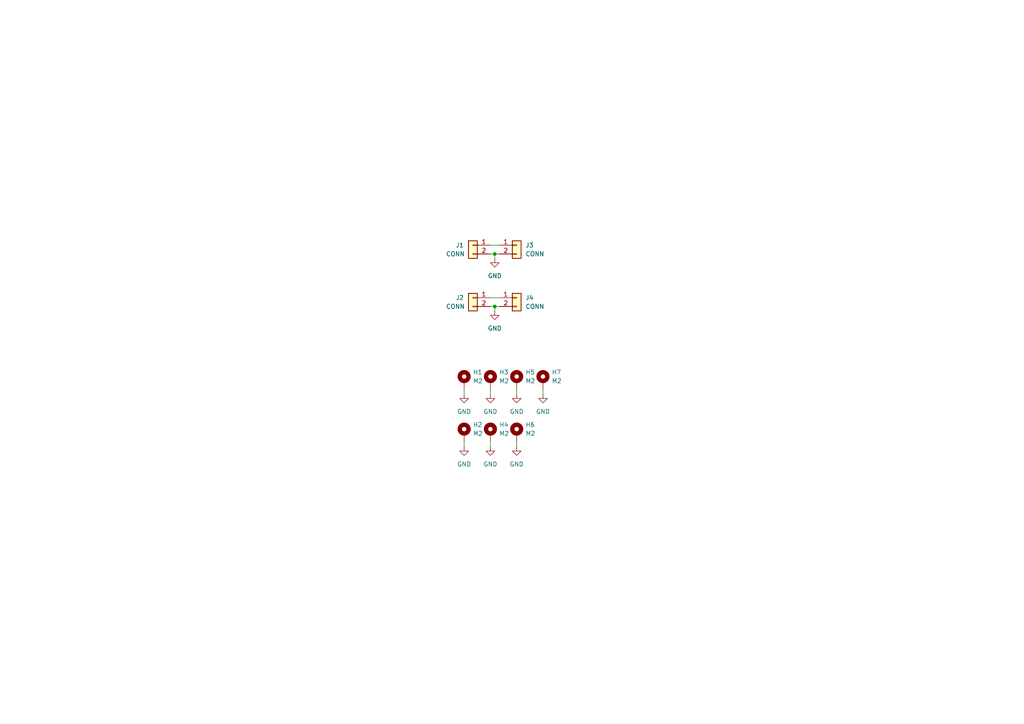
<source format=kicad_sch>
(kicad_sch (version 20211123) (generator eeschema)
  (paper "A4")
  (lib_symbols
    (symbol "Connector_Generic:Conn_01x02" (pin_names (offset 1.016) hide)
      (property "Reference" "J" (at 0 2.54 0))
      (property "Value" "Conn_01x02" (at 0 -5.08 0))
      (symbol "Conn_01x02_1_1"
        (rectangle (start -1.27 -2.413) (end 0 -2.667) (stroke (width 0.1524)))
        (rectangle (start -1.27 0.127) (end 0 -0.127) (stroke (width 0.1524)))
        (rectangle (start -1.27 1.27) (end 1.27 -3.81) (stroke (width 0.254)) (fill (type background)))
        (pin passive line (at -5.08 0 0) (length 3.81) (name "Pin_1") (number "1"))
        (pin passive line (at -5.08 -2.54 0) (length 3.81) (name "Pin_2") (number "2"))
      )
    )
    (symbol "Mechanical:MountingHole_Pad" (pin_numbers hide) (pin_names (offset 1.016) hide)
      (property "Reference" "H" (at 0 6.35 0))
      (property "Value" "MountingHole_Pad" (at 0 4.445 0))
      (symbol "MountingHole_Pad_0_1"
        (circle (center 0 1.27) (radius 1.27) (stroke (width 1.27)))
      )
      (symbol "MountingHole_Pad_1_1"
        (pin input line (at 0 -2.54 90) (length 2.54) (name "1") (number "1"))
      )
    )
    (symbol "power:GND" (power) (pin_names (offset 0))
      (property "Value" "GND" (at 0 -3.81 0))
      (symbol "GND_0_1"
        (polyline (pts (xy 0 0) (xy 0 -1.27) (xy 1.27 -1.27) (xy 0 -2.54) (xy -1.27 -1.27) (xy 0 -1.27)))
      )
      (symbol "GND_1_1"
        (pin power_in line (at 0 0 270) (length 0) hide (name "GND") (number "1"))
      )
    )
  )
  (junction (at 143.51 73.66))
  (junction (at 143.51 88.9))
  (wire (pts (xy 142.24 86.36) (xy 144.78 86.36)))
  (wire (pts (xy 134.62 113.03) (xy 134.62 114.3)))
  (wire (pts (xy 142.24 88.9) (xy 143.51 88.9)))
  (wire (pts (xy 142.24 73.66) (xy 143.51 73.66)))
  (wire (pts (xy 143.51 73.66) (xy 143.51 74.93)))
  (wire (pts (xy 142.24 113.03) (xy 142.24 114.3)))
  (wire (pts (xy 142.24 128.27) (xy 142.24 129.54)))
  (wire (pts (xy 143.51 88.9) (xy 144.78 88.9)))
  (wire (pts (xy 143.51 73.66) (xy 144.78 73.66)))
  (wire (pts (xy 157.48 113.03) (xy 157.48 114.3)))
  (wire (pts (xy 149.86 113.03) (xy 149.86 114.3)))
  (wire (pts (xy 143.51 88.9) (xy 143.51 90.17)))
  (wire (pts (xy 149.86 128.27) (xy 149.86 129.54)))
  (wire (pts (xy 134.62 128.27) (xy 134.62 129.54)))
  (wire (pts (xy 142.24 71.12) (xy 144.78 71.12)))
  (symbol (lib_id "power:GND") (at 149.86 114.3 0) (unit 1)
    (property "Reference" "#PWR0105" (effects hide))
    (property "Value" "GND" (at 149.86 119.38 0))
  )
  (symbol (lib_id "power:GND") (at 149.86 129.54 0) (unit 1)
    (property "Reference" "#PWR0109" (effects hide))
    (property "Value" "GND" (at 149.86 134.62 0))
  )
  (symbol (lib_id "power:GND") (at 142.24 114.3 0) (unit 1)
    (property "Reference" "#PWR0107" (effects hide))
    (property "Value" "GND" (at 142.24 119.38 0))
  )
  (symbol (lib_id "Connector_Generic:Conn_01x02") (at 149.86 86.36 0) (unit 1)
    (property "Reference" "J4" (at 152.4 86.3599 0) (effects (justify left)))
    (property "Value" "CONN" (at 152.4 88.8999 0) (effects (justify left)))
    (property "Footprint" "modular-rf-bench-footprints:edge-connector" (effects hide))
  )
  (symbol (lib_id "Mechanical:MountingHole_Pad") (at 149.86 110.49 0) (unit 1)
    (property "Reference" "H5" (at 152.4 107.9499 0) (effects (justify left)))
    (property "Value" "M2" (at 152.4 110.4899 0) (effects (justify left)))
    (property "Footprint" "modular-rf-bench-footprints:M2-hole" (effects hide))
  )
  (symbol (lib_id "Connector_Generic:Conn_01x02") (at 149.86 71.12 0) (unit 1)
    (property "Reference" "J3" (at 152.4 71.1199 0) (effects (justify left)))
    (property "Value" "CONN" (at 152.4 73.6599 0) (effects (justify left)))
    (property "Footprint" "modular-rf-bench-footprints:edge-connector" (effects hide))
  )
  (symbol (lib_id "power:GND") (at 143.51 90.17 0) (unit 1)
    (property "Reference" "#PWR0101" (effects hide))
    (property "Value" "GND" (at 143.51 95.25 0))
  )
  (symbol (lib_id "Mechanical:MountingHole_Pad") (at 134.62 110.49 0) (unit 1)
    (property "Reference" "H1" (at 137.16 107.9499 0) (effects (justify left)))
    (property "Value" "M2" (at 137.16 110.4899 0) (effects (justify left)))
    (property "Footprint" "modular-rf-bench-footprints:M2-hole" (effects hide))
  )
  (symbol (lib_id "Mechanical:MountingHole_Pad") (at 142.24 125.73 0) (unit 1)
    (property "Reference" "H4" (at 144.78 123.1899 0) (effects (justify left)))
    (property "Value" "M2" (at 144.78 125.7299 0) (effects (justify left)))
    (property "Footprint" "modular-rf-bench-footprints:M2-hole" (effects hide))
  )
  (symbol (lib_id "Mechanical:MountingHole_Pad") (at 149.86 125.73 0) (unit 1)
    (property "Reference" "H6" (at 152.4 123.1899 0) (effects (justify left)))
    (property "Value" "M2" (at 152.4 125.7299 0) (effects (justify left)))
    (property "Footprint" "modular-rf-bench-footprints:M2-hole" (effects hide))
  )
  (symbol (lib_id "power:GND") (at 143.51 74.93 0) (unit 1)
    (property "Reference" "#PWR0102" (effects hide))
    (property "Value" "GND" (at 143.51 80.01 0))
  )
  (symbol (lib_id "Connector_Generic:Conn_01x02") (at 137.16 71.12 0) (mirror y) (unit 1)
    (property "Reference" "J1" (at 133.35 71.12 0))
    (property "Value" "CONN" (at 132.08 73.66 0))
    (property "Footprint" "modular-rf-bench-footprints:edge-connector" (effects hide))
  )
  (symbol (lib_id "power:GND") (at 142.24 129.54 0) (unit 1)
    (property "Reference" "#PWR0104" (effects hide))
    (property "Value" "GND" (at 142.24 134.62 0))
  )
  (symbol (lib_id "Mechanical:MountingHole_Pad") (at 134.62 125.73 0) (unit 1)
    (property "Reference" "H2" (at 137.16 123.1899 0) (effects (justify left)))
    (property "Value" "M2" (at 137.16 125.7299 0) (effects (justify left)))
    (property "Footprint" "modular-rf-bench-footprints:M2-hole" (effects hide))
  )
  (symbol (lib_id "Mechanical:MountingHole_Pad") (at 157.48 110.49 0) (unit 1)
    (property "Reference" "H7" (at 160.02 107.9499 0) (effects (justify left)))
    (property "Value" "M2" (at 160.02 110.4899 0) (effects (justify left)))
    (property "Footprint" "modular-rf-bench-footprints:M2-hole" (effects hide))
  )
  (symbol (lib_id "power:GND") (at 157.48 114.3 0) (unit 1)
    (property "Reference" "#PWR0106" (effects hide))
    (property "Value" "GND" (at 157.48 119.38 0))
  )
  (symbol (lib_id "power:GND") (at 134.62 114.3 0) (unit 1)
    (property "Reference" "#PWR0108" (effects hide))
    (property "Value" "GND" (at 134.62 119.38 0))
  )
  (symbol (lib_id "Connector_Generic:Conn_01x02") (at 137.16 86.36 0) (mirror y) (unit 1)
    (property "Reference" "J2" (at 133.35 86.36 0))
    (property "Value" "CONN" (at 132.08 88.9 0))
    (property "Footprint" "modular-rf-bench-footprints:edge-connector" (effects hide))
  )
  (symbol (lib_id "Mechanical:MountingHole_Pad") (at 142.24 110.49 0) (unit 1)
    (property "Reference" "H3" (at 144.78 107.9499 0) (effects (justify left)))
    (property "Value" "M2" (at 144.78 110.4899 0) (effects (justify left)))
    (property "Footprint" "modular-rf-bench-footprints:M2-hole" (effects hide))
  )
  (symbol (lib_id "power:GND") (at 134.62 129.54 0) (unit 1)
    (property "Reference" "#PWR0103" (effects hide))
    (property "Value" "GND" (at 134.62 134.62 0))
  )
)
</source>
